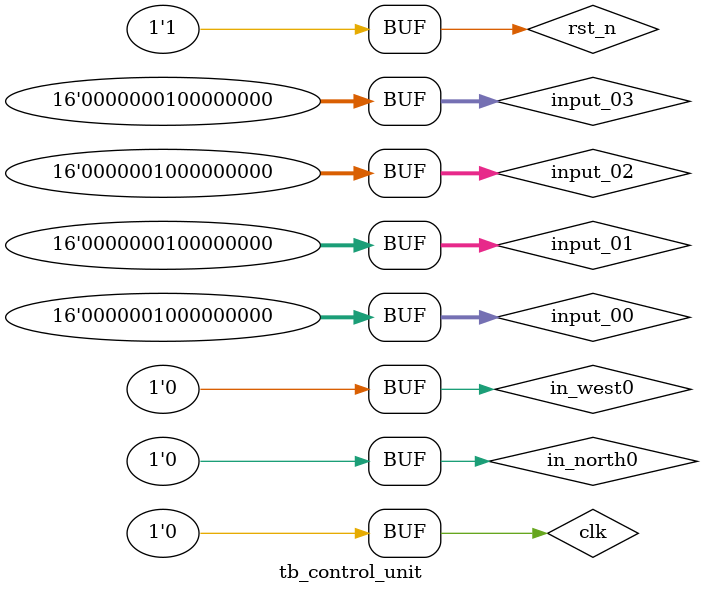
<source format=v>
`timescale 1ns / 1ps
`include "control_unit.v"
`include "mux4_1.v"

/*
We're gonna test this matrix
[ 2 1 2 1 
  0 1 0 1           
  1 2 0 1				
  1 1 1 0 ]				  
*/

module tb_control_unit;
parameter WIDTH = 16;

// Input for mux & controller module
reg clk, rst_n;
reg [WIDTH-1:0] input_00, input_01, input_02, input_03;
reg [WIDTH-1:0] input_10, input_11, input_12, input_13;
reg [WIDTH-1:0] input_20, input_21, input_22, input_23;
reg [WIDTH-1:0] input_30, input_31, input_32, input_33;

reg [3:0] select;

// Output for mux & controller module
wire [WIDTH-1:0] out0, out1, out2, out3;
wire [3:0] mux_reset;

// Mux inst
mux4_1 #(.WIDTH(WIDTH)) mux_inst0 (.clk(clk), .rst_n(rst_n), .input_0(input_00), .input_1(input_01), .input_2(input_02), .input_3(input_03), .out(out0));
mux4_1 #(.WIDTH(WIDTH)) mux_inst1 (.clk(clk), .rst_n(rst_n), .input_0(input_10), .input_1(input_11), .input_2(input_12), .input_3(input_13), .out(out1));
mux4_1 #(.WIDTH(WIDTH)) mux_inst2 (.clk(clk), .rst_n(rst_n), .input_0(input_20), .input_1(input_21), .input_2(input_22), .input_3(input_23), .out(out2));
mux4_1 #(.WIDTH(WIDTH)) mux_inst3 (.clk(clk), .rst_n(rst_n), .input_0(input_30), .input_1(input_31), .input_2(input_32), .input_3(input_33), .out(out3));

initial begin
    rst_n <= 0;
    clk <= 0;
    #10;
    rst_n <=1;
    #50;
end


// Clock generation
initial begin
	repeat(50)
		#5 clk <= ~clk;
end

// Behavior
initial begin
	#10 input_00 = 16'h0200;
		input_01 = 16'h0100;
		input_02 = 16'h0200;
		input_03 = 16'h0100;
end

initial begin
    #10 in_north0 = 16'h0300;  
        in_west0 = 16'h0100;
    #10 in_north0 = 16'h0100;  
        in_west0 = 16'h0200;
    #10 in_north0 = 16'h0300;  
        in_west0 = 16'h0100;
    #10 in_north0 = 16'h0000;  
        in_west0 = 16'h0200;
	//
	#10 in_north0 = 16'h0000;  
        in_west0 = 16'h0000;
	#10 in_north0 = 16'h0000;  
        in_west0 = 16'h0000;
	#10 in_north0 = 16'h0000;  
        in_west0 = 16'h0000;
end


// Dumping to see the waveform file
initial begin
    // Set up VCD dump file
    $dumpfile("tb_control_unit.vcd");  // VCD output file
    $dumpvars(0, tb_control_unit);      // Dump all variables in the testbench
end


endmodule
</source>
